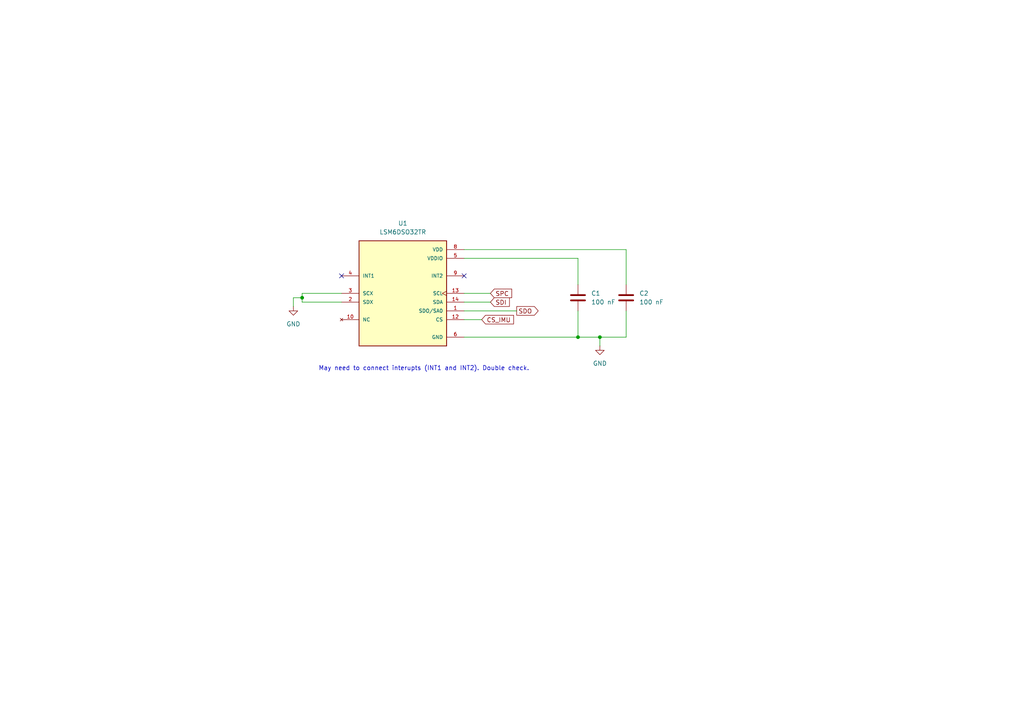
<source format=kicad_sch>
(kicad_sch (version 20250114) (generator "eeschema") (generator_version "9.0")
  (paper "A4")
  (lib_symbols
    (symbol "Device:C" (pin_numbers (hide yes)) (pin_names (offset 0.254))
      (property "Reference" "C" (at 0.635 2.54 0))
      (property "Value" "C" (at 0.635 -2.54 0))
      (symbol "C_0_1"
        (polyline (pts (xy -2.032 0.762) (xy 2.032 0.762)) (stroke (width 0.508)))
        (polyline (pts (xy -2.032 -0.762) (xy 2.032 -0.762)) (stroke (width 0.508)))
      )
      (symbol "C_1_1"
        (pin passive line (at 0 3.81 270) (length 2.794) (name "~") (number "1"))
        (pin passive line (at 0 -3.81 90) (length 2.794) (name "~") (number "2"))
      )
    )
    (symbol "LSM6DSO32:LSM6DSO32TR" (pin_names (offset 1.016))
      (property "Reference" "U" (at -12.7 16.002 0))
      (property "Value" "LSM6DSO32TR" (at -12.7 -17.78 0))
      (symbol "LSM6DSO32TR_0_0"
        (rectangle (start -12.7 -15.24) (end 12.7 15.24) (stroke (width 0.254)) (fill (type background)))
        (pin input line (at -17.78 5.08 0) (length 5.08) (name "INT1") (number "4"))
        (pin passive line (at -17.78 0 0) (length 5.08) (name "SCX") (number "3"))
        (pin passive line (at -17.78 -2.54 0) (length 5.08) (name "SDX") (number "2"))
        (pin no_connect line (at -17.78 -7.62 0) (length 5.08) (name "NC") (number "10"))
        (pin no_connect line (at -17.78 -7.62 0) (length 5.08) (hide yes) (name "NC") (number "11"))
        (pin power_in line (at 17.78 12.7 180) (length 5.08) (name "VDD") (number "8"))
        (pin power_in line (at 17.78 10.16 180) (length 5.08) (name "VDDIO") (number "5"))
        (pin output line (at 17.78 5.08 180) (length 5.08) (name "INT2") (number "9"))
        (pin input clock (at 17.78 0 180) (length 5.08) (name "SCL") (number "13"))
        (pin bidirectional line (at 17.78 -2.54 180) (length 5.08) (name "SDA") (number "14"))
        (pin bidirectional line (at 17.78 -5.08 180) (length 5.08) (name "SDO/SA0") (number "1"))
        (pin input line (at 17.78 -7.62 180) (length 5.08) (name "CS") (number "12"))
        (pin power_in line (at 17.78 -12.7 180) (length 5.08) (name "GND") (number "6"))
        (pin power_in line (at 17.78 -12.7 180) (length 5.08) (hide yes) (name "GND") (number "7"))
      )
    )
    (symbol "power:GND" (power) (pin_numbers (hide yes)) (pin_names (offset 0) (hide yes))
      (property "Value" "GND" (at 0 -3.81 0))
      (symbol "GND_0_1"
        (polyline (pts (xy 0 0) (xy 0 -1.27) (xy 1.27 -1.27) (xy 0 -2.54) (xy -1.27 -1.27) (xy 0 -1.27)))
      )
      (symbol "GND_1_1"
        (pin power_in line (at 0 0 270) (length 0) (name "~") (number "1"))
      )
    )
  )
  (text "May need to connect interupts (INT1 and INT2). Double check. " (at 123.444 106.934 0) (effects (font (size 1.27 1.27))))
  (junction (at 167.64 97.79))
  (junction (at 173.99 97.79))
  (junction (at 87.63 86.36))
  (no_connect (at 134.62 80.01))
  (no_connect (at 99.06 80.01))
  (wire (pts (xy 85.09 88.9) (xy 85.09 86.36)))
  (wire (pts (xy 99.06 85.09) (xy 87.63 85.09)))
  (wire (pts (xy 173.99 97.79) (xy 167.64 97.79)))
  (wire (pts (xy 181.61 90.17) (xy 181.61 97.79)))
  (wire (pts (xy 134.62 87.63) (xy 142.24 87.63)))
  (wire (pts (xy 181.61 72.39) (xy 181.61 82.55)))
  (wire (pts (xy 181.61 97.79) (xy 173.99 97.79)))
  (wire (pts (xy 134.62 74.93) (xy 167.64 74.93)))
  (wire (pts (xy 134.62 90.17) (xy 149.86 90.17)))
  (wire (pts (xy 87.63 86.36) (xy 87.63 87.63)))
  (wire (pts (xy 167.64 90.17) (xy 167.64 97.79)))
  (wire (pts (xy 85.09 86.36) (xy 87.63 86.36)))
  (wire (pts (xy 87.63 87.63) (xy 99.06 87.63)))
  (wire (pts (xy 134.62 72.39) (xy 181.61 72.39)))
  (wire (pts (xy 167.64 74.93) (xy 167.64 82.55)))
  (wire (pts (xy 173.99 97.79) (xy 173.99 100.33)))
  (wire (pts (xy 87.63 85.09) (xy 87.63 86.36)))
  (wire (pts (xy 134.62 92.71) (xy 139.7 92.71)))
  (wire (pts (xy 134.62 97.79) (xy 167.64 97.79)))
  (wire (pts (xy 134.62 85.09) (xy 142.24 85.09)))
  (global_label "CS_IMU" (shape input) (at 139.7 92.71 0) (property "Intersheetrefs" "${INTERSHEET_REFS}" (effects (hide yes))))
  (global_label "SDO" (shape output) (at 149.86 90.17 0) (property "Intersheetrefs" "${INTERSHEET_REFS}" (effects (hide yes))))
  (global_label "SDI" (shape input) (at 142.24 87.63 0) (property "Intersheetrefs" "${INTERSHEET_REFS}" (effects (hide yes))))
  (global_label "SPC" (shape input) (at 142.24 85.09 0) (property "Intersheetrefs" "${INTERSHEET_REFS}" (effects (hide yes))))
  (symbol (lib_id "Device:C") (at 181.61 86.36 0) (unit 1)
    (property "Reference" "C2" (at 185.42 85.0899 0) (effects (justify left)))
    (property "Value" "100 nF" (at 185.42 87.6299 0) (effects (justify left)))
    (property "Description" "Unpolarized capacitor" (effects (hide yes)))
  )
  (symbol (lib_id "Device:C") (at 167.64 86.36 0) (unit 1)
    (property "Reference" "C1" (at 171.45 85.0899 0) (effects (justify left)))
    (property "Value" "100 nF" (at 171.45 87.6299 0) (effects (justify left)))
    (property "Description" "Unpolarized capacitor" (effects (hide yes)))
  )
  (symbol (lib_id "LSM6DSO32:LSM6DSO32TR") (at 116.84 85.09 0) (unit 1)
    (property "Reference" "U1" (at 116.84 64.77 0))
    (property "Value" "LSM6DSO32TR" (at 116.84 67.31 0))
    (property "Footprint" "LSM6DSO32TR:XDCR_LSM6DSO32TR" (effects (hide yes)))
    (property "MF" "STMicroelectronics" (effects (hide yes)))
    (property "MAXIMUM_PACKAGE_HEIGHT" "0.86mm" (effects (hide yes)))
    (property "Package" "VFLGA-14 STMicroelectronics" (effects (hide yes)))
    (property "Price" "None" (effects (hide yes)))
    (property "Check_prices" "https://www.snapeda.com/parts/LSM6DSO32TR/STMicroelectronics/view-part/?ref=eda" (effects (hide yes)))
    (property "STANDARD" "Manufacturer Recommendations" (effects (hide yes)))
    (property "PARTREV" "1" (effects (hide yes)))
    (property "SnapEDA_Link" "https://www.snapeda.com/parts/LSM6DSO32TR/STMicroelectronics/view-part/?ref=snap" (effects (hide yes)))
    (property "MP" "LSM6DSO32TR" (effects (hide yes)))
    (property "Description_1" "Accelerometer, Gyroscope, Temperature, 6 Axis Sensor I2C, SPI Output" (effects (hide yes)))
    (property "Availability" "In Stock" (effects (hide yes)))
    (property "MANUFACTURER" "STMicroelectronics" (effects (hide yes)))
  )
  (symbol (lib_id "power:GND") (at 85.09 88.9 0) (unit 1)
    (property "Reference" "#PWR02" (effects (hide yes)))
    (property "Value" "GND" (at 85.09 93.98 0))
    (property "Description" "Power symbol creates a global label with name \"GND\" , ground" (effects (hide yes)))
  )
  (symbol (lib_id "power:GND") (at 173.99 100.33 0) (unit 1)
    (property "Reference" "#PWR01" (effects (hide yes)))
    (property "Value" "GND" (at 173.99 105.41 0))
    (property "Description" "Power symbol creates a global label with name \"GND\" , ground" (effects (hide yes)))
  )
)
</source>
